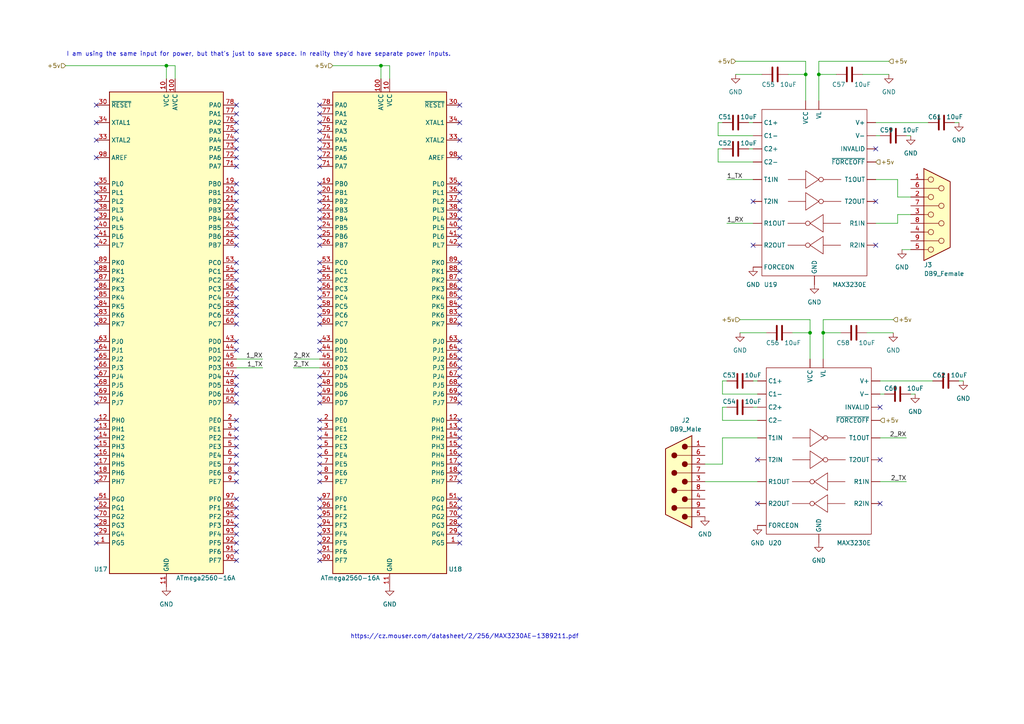
<source format=kicad_sch>
(kicad_sch (version 20210126) (generator eeschema)
  (paper "A4")
  (title_block (title "Peripherals 17"))
  (lib_symbols
    (symbol "Connector:DB9_Female" (pin_names (offset 1.016) hide)
      (property "Reference" "J" (at 0 13.97 0))
      (property "Value" "DB9_Female" (at 0 -14.605 0))
      (symbol "DB9_Female_0_1"
        (circle (center -1.778 -10.16) (radius 0.762))
        (circle (center -1.778 -5.08) (radius 0.762))
        (circle (center -1.778 0) (radius 0.762))
        (circle (center -1.778 5.08) (radius 0.762))
        (circle (center -1.778 10.16) (radius 0.762))
        (circle (center 1.27 -7.62) (radius 0.762))
        (circle (center 1.27 -2.54) (radius 0.762))
        (circle (center 1.27 2.54) (radius 0.762))
        (circle (center 1.27 7.62) (radius 0.762))
        (polyline (pts (xy -3.81 -10.16) (xy -2.54 -10.16)))
        (polyline (pts (xy -3.81 -7.62) (xy 0.508 -7.62)))
        (polyline (pts (xy -3.81 -5.08) (xy -2.54 -5.08)))
        (polyline (pts (xy -3.81 -2.54) (xy 0.508 -2.54)))
        (polyline (pts (xy -3.81 0) (xy -2.54 0)))
        (polyline (pts (xy -3.81 2.54) (xy 0.508 2.54)))
        (polyline (pts (xy -3.81 5.08) (xy -2.54 5.08)))
        (polyline (pts (xy -3.81 7.62) (xy 0.508 7.62)))
        (polyline (pts (xy -3.81 10.16) (xy -2.54 10.16)))
        (polyline (pts (xy -3.81 13.335) (xy -3.81 -13.335) (xy 3.81 -9.525) (xy 3.81 9.525) (xy -3.81 13.335)) (stroke (width 0.254)) (fill (type background)))
      )
      (symbol "DB9_Female_1_1"
        (pin passive line (at -7.62 10.16 0) (length 3.81) (name "1") (number "1"))
        (pin passive line (at -7.62 5.08 0) (length 3.81) (name "2") (number "2"))
        (pin passive line (at -7.62 0 0) (length 3.81) (name "3") (number "3"))
        (pin passive line (at -7.62 -5.08 0) (length 3.81) (name "4") (number "4"))
        (pin passive line (at -7.62 -10.16 0) (length 3.81) (name "5") (number "5"))
        (pin passive line (at -7.62 7.62 0) (length 3.81) (name "6") (number "6"))
        (pin passive line (at -7.62 2.54 0) (length 3.81) (name "7") (number "7"))
        (pin passive line (at -7.62 -2.54 0) (length 3.81) (name "8") (number "8"))
        (pin passive line (at -7.62 -7.62 0) (length 3.81) (name "9") (number "9"))
      )
    )
    (symbol "Connector:DB9_Male" (pin_names (offset 1.016) hide)
      (property "Reference" "J" (at 0 13.97 0))
      (property "Value" "DB9_Male" (at 0 -14.605 0))
      (symbol "DB9_Male_0_1"
        (circle (center -1.778 -10.16) (radius 0.762) (fill (type outline)))
        (circle (center -1.778 -5.08) (radius 0.762) (fill (type outline)))
        (circle (center -1.778 0) (radius 0.762) (fill (type outline)))
        (circle (center -1.778 5.08) (radius 0.762) (fill (type outline)))
        (circle (center -1.778 10.16) (radius 0.762) (fill (type outline)))
        (circle (center 1.27 -7.62) (radius 0.762) (fill (type outline)))
        (circle (center 1.27 -2.54) (radius 0.762) (fill (type outline)))
        (circle (center 1.27 2.54) (radius 0.762) (fill (type outline)))
        (circle (center 1.27 7.62) (radius 0.762) (fill (type outline)))
        (polyline (pts (xy -3.81 -10.16) (xy -2.54 -10.16)))
        (polyline (pts (xy -3.81 -7.62) (xy 0.508 -7.62)))
        (polyline (pts (xy -3.81 -5.08) (xy -2.54 -5.08)))
        (polyline (pts (xy -3.81 -2.54) (xy 0.508 -2.54)))
        (polyline (pts (xy -3.81 0) (xy -2.54 0)))
        (polyline (pts (xy -3.81 2.54) (xy 0.508 2.54)))
        (polyline (pts (xy -3.81 5.08) (xy -2.54 5.08)))
        (polyline (pts (xy -3.81 7.62) (xy 0.508 7.62)))
        (polyline (pts (xy -3.81 10.16) (xy -2.54 10.16)))
        (polyline (pts (xy -3.81 -13.335) (xy -3.81 13.335) (xy 3.81 9.525) (xy 3.81 -9.525) (xy -3.81 -13.335)) (stroke (width 0.254)) (fill (type background)))
      )
      (symbol "DB9_Male_1_1"
        (pin passive line (at -7.62 -10.16 0) (length 3.81) (name "1") (number "1"))
        (pin passive line (at -7.62 -5.08 0) (length 3.81) (name "2") (number "2"))
        (pin passive line (at -7.62 0 0) (length 3.81) (name "3") (number "3"))
        (pin passive line (at -7.62 5.08 0) (length 3.81) (name "4") (number "4"))
        (pin passive line (at -7.62 10.16 0) (length 3.81) (name "5") (number "5"))
        (pin passive line (at -7.62 -7.62 0) (length 3.81) (name "6") (number "6"))
        (pin passive line (at -7.62 -2.54 0) (length 3.81) (name "7") (number "7"))
        (pin passive line (at -7.62 2.54 0) (length 3.81) (name "8") (number "8"))
        (pin passive line (at -7.62 7.62 0) (length 3.81) (name "9") (number "9"))
      )
    )
    (symbol "Device:C" (pin_numbers hide) (pin_names (offset 0.254))
      (property "Reference" "C" (at 0.635 2.54 0))
      (property "Value" "C" (at 0.635 -2.54 0))
      (symbol "C_0_1"
        (polyline (pts (xy -2.032 -0.762) (xy 2.032 -0.762)) (stroke (width 0.508)))
        (polyline (pts (xy -2.032 0.762) (xy 2.032 0.762)) (stroke (width 0.508)))
      )
      (symbol "C_1_1"
        (pin passive line (at 0 3.81 270) (length 2.794) (name "~") (number "1"))
        (pin passive line (at 0 -3.81 90) (length 2.794) (name "~") (number "2"))
      )
    )
    (symbol "MCU_Microchip_ATmega:ATmega2560-16A"
      (property "Reference" "U" (at 0 1.27 0))
      (property "Value" "ATmega2560-16A" (at 0 -1.27 0))
      (symbol "ATmega2560-16A_0_1"
        (rectangle (start -16.51 -69.85) (end 16.51 69.85) (stroke (width 0.254)) (fill (type background)))
      )
      (symbol "ATmega2560-16A_1_1"
        (pin bidirectional line (at -20.32 -60.96 0) (length 3.81) (name "PG5") (number "1"))
        (pin power_in line (at 0 73.66 270) (length 3.81) (name "VCC") (number "10"))
        (pin power_in line (at 2.54 73.66 270) (length 3.81) (name "AVCC") (number "100"))
        (pin power_in line (at 0 -73.66 90) (length 3.81) (name "GND") (number "11"))
        (pin bidirectional line (at -20.32 -25.4 0) (length 3.81) (name "PH0") (number "12"))
        (pin bidirectional line (at -20.32 -27.94 0) (length 3.81) (name "PH1") (number "13"))
        (pin bidirectional line (at -20.32 -30.48 0) (length 3.81) (name "PH2") (number "14"))
        (pin bidirectional line (at -20.32 -33.02 0) (length 3.81) (name "PH3") (number "15"))
        (pin bidirectional line (at -20.32 -35.56 0) (length 3.81) (name "PH4") (number "16"))
        (pin bidirectional line (at -20.32 -38.1 0) (length 3.81) (name "PH5") (number "17"))
        (pin bidirectional line (at -20.32 -40.64 0) (length 3.81) (name "PH6") (number "18"))
        (pin bidirectional line (at 20.32 43.18 180) (length 3.81) (name "PB0") (number "19"))
        (pin bidirectional line (at 20.32 -25.4 180) (length 3.81) (name "PE0") (number "2"))
        (pin bidirectional line (at 20.32 40.64 180) (length 3.81) (name "PB1") (number "20"))
        (pin bidirectional line (at 20.32 38.1 180) (length 3.81) (name "PB2") (number "21"))
        (pin bidirectional line (at 20.32 35.56 180) (length 3.81) (name "PB3") (number "22"))
        (pin bidirectional line (at 20.32 33.02 180) (length 3.81) (name "PB4") (number "23"))
        (pin bidirectional line (at 20.32 30.48 180) (length 3.81) (name "PB5") (number "24"))
        (pin bidirectional line (at 20.32 27.94 180) (length 3.81) (name "PB6") (number "25"))
        (pin bidirectional line (at 20.32 25.4 180) (length 3.81) (name "PB7") (number "26"))
        (pin bidirectional line (at -20.32 -43.18 0) (length 3.81) (name "PH7") (number "27"))
        (pin bidirectional line (at -20.32 -55.88 0) (length 3.81) (name "PG3") (number "28"))
        (pin bidirectional line (at -20.32 -58.42 0) (length 3.81) (name "PG4") (number "29"))
        (pin bidirectional line (at 20.32 -27.94 180) (length 3.81) (name "PE1") (number "3"))
        (pin input line (at -20.32 66.04 0) (length 3.81) (name "~RESET") (number "30"))
        (pin passive line (at 0 73.66 270) (length 3.81) hide (name "VCC") (number "31"))
        (pin passive line (at 0 -73.66 90) (length 3.81) hide (name "GND") (number "32"))
        (pin output line (at -20.32 55.88 0) (length 3.81) (name "XTAL2") (number "33"))
        (pin input line (at -20.32 60.96 0) (length 3.81) (name "XTAL1") (number "34"))
        (pin bidirectional line (at -20.32 43.18 0) (length 3.81) (name "PL0") (number "35"))
        (pin bidirectional line (at -20.32 40.64 0) (length 3.81) (name "PL1") (number "36"))
        (pin bidirectional line (at -20.32 38.1 0) (length 3.81) (name "PL2") (number "37"))
        (pin bidirectional line (at -20.32 35.56 0) (length 3.81) (name "PL3") (number "38"))
        (pin bidirectional line (at -20.32 33.02 0) (length 3.81) (name "PL4") (number "39"))
        (pin bidirectional line (at 20.32 -30.48 180) (length 3.81) (name "PE2") (number "4"))
        (pin bidirectional line (at -20.32 30.48 0) (length 3.81) (name "PL5") (number "40"))
        (pin bidirectional line (at -20.32 27.94 0) (length 3.81) (name "PL6") (number "41"))
        (pin bidirectional line (at -20.32 25.4 0) (length 3.81) (name "PL7") (number "42"))
        (pin bidirectional line (at 20.32 -2.54 180) (length 3.81) (name "PD0") (number "43"))
        (pin bidirectional line (at 20.32 -5.08 180) (length 3.81) (name "PD1") (number "44"))
        (pin bidirectional line (at 20.32 -7.62 180) (length 3.81) (name "PD2") (number "45"))
        (pin bidirectional line (at 20.32 -10.16 180) (length 3.81) (name "PD3") (number "46"))
        (pin bidirectional line (at 20.32 -12.7 180) (length 3.81) (name "PD4") (number "47"))
        (pin bidirectional line (at 20.32 -15.24 180) (length 3.81) (name "PD5") (number "48"))
        (pin bidirectional line (at 20.32 -17.78 180) (length 3.81) (name "PD6") (number "49"))
        (pin bidirectional line (at 20.32 -33.02 180) (length 3.81) (name "PE3") (number "5"))
        (pin bidirectional line (at 20.32 -20.32 180) (length 3.81) (name "PD7") (number "50"))
        (pin bidirectional line (at -20.32 -48.26 0) (length 3.81) (name "PG0") (number "51"))
        (pin bidirectional line (at -20.32 -50.8 0) (length 3.81) (name "PG1") (number "52"))
        (pin bidirectional line (at 20.32 20.32 180) (length 3.81) (name "PC0") (number "53"))
        (pin bidirectional line (at 20.32 17.78 180) (length 3.81) (name "PC1") (number "54"))
        (pin bidirectional line (at 20.32 15.24 180) (length 3.81) (name "PC2") (number "55"))
        (pin bidirectional line (at 20.32 12.7 180) (length 3.81) (name "PC3") (number "56"))
        (pin bidirectional line (at 20.32 10.16 180) (length 3.81) (name "PC4") (number "57"))
        (pin bidirectional line (at 20.32 7.62 180) (length 3.81) (name "PC5") (number "58"))
        (pin bidirectional line (at 20.32 5.08 180) (length 3.81) (name "PC6") (number "59"))
        (pin bidirectional line (at 20.32 -35.56 180) (length 3.81) (name "PE4") (number "6"))
        (pin bidirectional line (at 20.32 2.54 180) (length 3.81) (name "PC7") (number "60"))
        (pin passive line (at 0 73.66 270) (length 3.81) hide (name "VCC") (number "61"))
        (pin passive line (at 0 -73.66 90) (length 3.81) hide (name "GND") (number "62"))
        (pin bidirectional line (at -20.32 -2.54 0) (length 3.81) (name "PJ0") (number "63"))
        (pin bidirectional line (at -20.32 -5.08 0) (length 3.81) (name "PJ1") (number "64"))
        (pin bidirectional line (at -20.32 -7.62 0) (length 3.81) (name "PJ2") (number "65"))
        (pin bidirectional line (at -20.32 -10.16 0) (length 3.81) (name "PJ3") (number "66"))
        (pin bidirectional line (at -20.32 -12.7 0) (length 3.81) (name "PJ4") (number "67"))
        (pin bidirectional line (at -20.32 -15.24 0) (length 3.81) (name "PJ5") (number "68"))
        (pin bidirectional line (at -20.32 -17.78 0) (length 3.81) (name "PJ6") (number "69"))
        (pin bidirectional line (at 20.32 -38.1 180) (length 3.81) (name "PE5") (number "7"))
        (pin bidirectional line (at -20.32 -53.34 0) (length 3.81) (name "PG2") (number "70"))
        (pin bidirectional line (at 20.32 48.26 180) (length 3.81) (name "PA7") (number "71"))
        (pin bidirectional line (at 20.32 50.8 180) (length 3.81) (name "PA6") (number "72"))
        (pin bidirectional line (at 20.32 53.34 180) (length 3.81) (name "PA5") (number "73"))
        (pin bidirectional line (at 20.32 55.88 180) (length 3.81) (name "PA4") (number "74"))
        (pin bidirectional line (at 20.32 58.42 180) (length 3.81) (name "PA3") (number "75"))
        (pin bidirectional line (at 20.32 60.96 180) (length 3.81) (name "PA2") (number "76"))
        (pin bidirectional line (at 20.32 63.5 180) (length 3.81) (name "PA1") (number "77"))
        (pin bidirectional line (at 20.32 66.04 180) (length 3.81) (name "PA0") (number "78"))
        (pin bidirectional line (at -20.32 -20.32 0) (length 3.81) (name "PJ7") (number "79"))
        (pin bidirectional line (at 20.32 -40.64 180) (length 3.81) (name "PE6") (number "8"))
        (pin passive line (at 0 73.66 270) (length 3.81) hide (name "VCC") (number "80"))
        (pin passive line (at 0 -73.66 90) (length 3.81) hide (name "GND") (number "81"))
        (pin bidirectional line (at -20.32 2.54 0) (length 3.81) (name "PK7") (number "82"))
        (pin bidirectional line (at -20.32 5.08 0) (length 3.81) (name "PK6") (number "83"))
        (pin bidirectional line (at -20.32 7.62 0) (length 3.81) (name "PK5") (number "84"))
        (pin bidirectional line (at -20.32 10.16 0) (length 3.81) (name "PK4") (number "85"))
        (pin bidirectional line (at -20.32 12.7 0) (length 3.81) (name "PK3") (number "86"))
        (pin bidirectional line (at -20.32 15.24 0) (length 3.81) (name "PK2") (number "87"))
        (pin bidirectional line (at -20.32 17.78 0) (length 3.81) (name "PK1") (number "88"))
        (pin bidirectional line (at -20.32 20.32 0) (length 3.81) (name "PK0") (number "89"))
        (pin bidirectional line (at 20.32 -43.18 180) (length 3.81) (name "PE7") (number "9"))
        (pin bidirectional line (at 20.32 -66.04 180) (length 3.81) (name "PF7") (number "90"))
        (pin bidirectional line (at 20.32 -63.5 180) (length 3.81) (name "PF6") (number "91"))
        (pin bidirectional line (at 20.32 -60.96 180) (length 3.81) (name "PF5") (number "92"))
        (pin bidirectional line (at 20.32 -58.42 180) (length 3.81) (name "PF4") (number "93"))
        (pin bidirectional line (at 20.32 -55.88 180) (length 3.81) (name "PF3") (number "94"))
        (pin bidirectional line (at 20.32 -53.34 180) (length 3.81) (name "PF2") (number "95"))
        (pin bidirectional line (at 20.32 -50.8 180) (length 3.81) (name "PF1") (number "96"))
        (pin bidirectional line (at 20.32 -48.26 180) (length 3.81) (name "PF0") (number "97"))
        (pin passive line (at -20.32 50.8 0) (length 3.81) (name "AREF") (number "98"))
        (pin passive line (at 0 -73.66 90) (length 3.81) hide (name "GND") (number "99"))
      )
    )
    (symbol "pb171:MAX3230E"
      (property "Reference" "U" (at 0 0 0))
      (property "Value" "MAX3230E" (at 0 0 0))
      (symbol "MAX3230E_0_1"
        (circle (center -32.4104 0) (radius 0.6476) (stroke (width 0.1524)))
        (circle (center -32.4104 6.35) (radius 0.6476) (stroke (width 0.1524)))
        (circle (center -28.5496 12.7) (radius 0.6476) (stroke (width 0.1524)))
        (circle (center -28.5496 19.05) (radius 0.6476) (stroke (width 0.1524)))
        (rectangle (start -45.72 39.37) (end -15.24 -8.89) (stroke (width 0.1524)))
        (polyline (pts (xy -38.1 12.7) (xy -33.02 12.7)) (stroke (width 0.1524)))
        (polyline (pts (xy -38.1 19.05) (xy -33.02 19.05)) (stroke (width 0.1524)))
        (polyline (pts (xy -33.1216 0) (xy -38.2016 0)) (stroke (width 0.1524)))
        (polyline (pts (xy -33.1216 6.35) (xy -38.2016 6.35)) (stroke (width 0.1524)))
        (polyline (pts (xy -27.8384 12.7) (xy -22.7584 12.7)) (stroke (width 0.1524)))
        (polyline (pts (xy -27.8384 19.05) (xy -22.7584 19.05)) (stroke (width 0.1524)))
        (polyline (pts (xy -22.86 0) (xy -27.94 0)) (stroke (width 0.1524)))
        (polyline (pts (xy -22.86 6.35) (xy -27.94 6.35)) (stroke (width 0.1524)))
        (polyline (pts (xy -33.02 15.24) (xy -33.02 10.16) (xy -29.21 12.7) (xy -33.02 15.24)) (stroke (width 0.1524)))
        (polyline (pts (xy -33.02 21.59) (xy -33.02 16.51) (xy -29.21 19.05) (xy -33.02 21.59)) (stroke (width 0.1524)))
        (polyline (pts (xy -27.94 2.54) (xy -27.94 -2.54) (xy -31.75 0) (xy -27.94 2.54)) (stroke (width 0.1524)))
        (polyline (pts (xy -27.94 8.89) (xy -27.94 3.81) (xy -31.75 6.35) (xy -27.94 8.89)) (stroke (width 0.1524)))
      )
      (symbol "MAX3230E_1_1"
        (pin passive line (at -48.26 35.56 0) (length 2.54) (name "C1+") (number ""))
        (pin passive line (at -48.26 31.75 0) (length 2.54) (name "C1-") (number ""))
        (pin passive line (at -48.26 27.94 0) (length 2.54) (name "C2+") (number ""))
        (pin passive line (at -48.26 24.13 0) (length 2.54) (name "C2-") (number ""))
        (pin passive line (at -48.26 -6.35 0) (length 2.54) (name "FORCEON") (number ""))
        (pin passive line (at -30.48 -11.43 90) (length 2.54) (name "GND") (number ""))
        (pin passive line (at -12.7 27.94 180) (length 2.54) (name "INVALID") (number ""))
        (pin passive line (at -12.7 6.35 180) (length 2.54) (name "R1IN") (number ""))
        (pin passive line (at -48.26 6.35 0) (length 2.54) (name "R1OUT") (number ""))
        (pin passive line (at -12.7 0 180) (length 2.54) (name "R2IN") (number ""))
        (pin passive line (at -48.26 0 0) (length 2.54) (name "R2OUT") (number ""))
        (pin passive line (at -48.26 19.05 0) (length 2.54) (name "T1IN") (number ""))
        (pin passive line (at -12.7 19.05 180) (length 2.54) (name "T1OUT") (number ""))
        (pin passive line (at -48.26 12.7 0) (length 2.54) (name "T2IN") (number ""))
        (pin passive line (at -12.7 12.7 180) (length 2.54) (name "T2OUT") (number ""))
        (pin passive line (at -12.7 35.56 180) (length 2.54) (name "V+") (number ""))
        (pin passive line (at -12.7 31.75 180) (length 2.54) (name "V-") (number ""))
        (pin passive line (at -33.02 41.91 270) (length 2.54) (name "VCC") (number ""))
        (pin passive line (at -29.21 41.91 270) (length 2.54) (name "VL") (number ""))
        (pin passive line (at -12.7 24.13 180) (length 2.54) (name "~FORCEOFF") (number ""))
      )
    )
    (symbol "power:GND" (power) (pin_names (offset 0))
      (property "Value" "GND" (at 0 -3.81 0))
      (symbol "GND_0_1"
        (polyline (pts (xy 0 0) (xy 0 -1.27) (xy 1.27 -1.27) (xy 0 -2.54) (xy -1.27 -1.27) (xy 0 -1.27)))
      )
      (symbol "GND_1_1"
        (pin power_in line (at 0 0 270) (length 0) hide (name "GND") (number "1"))
      )
    )
  )
  (junction (at 48.26 19.05) (diameter 0.9144))
  (junction (at 110.49 19.05) (diameter 0.9144))
  (junction (at 233.68 21.59) (diameter 0.9144))
  (junction (at 234.95 96.52) (diameter 0.9144))
  (junction (at 237.49 21.59) (diameter 0.9144))
  (junction (at 238.76 96.52) (diameter 0.9144))
  (no_connect (at 27.94 30.48))
  (no_connect (at 27.94 35.56))
  (no_connect (at 27.94 40.64))
  (no_connect (at 27.94 45.72))
  (no_connect (at 27.94 53.34))
  (no_connect (at 27.94 55.88))
  (no_connect (at 27.94 58.42))
  (no_connect (at 27.94 60.96))
  (no_connect (at 27.94 63.5))
  (no_connect (at 27.94 66.04))
  (no_connect (at 27.94 68.58))
  (no_connect (at 27.94 71.12))
  (no_connect (at 27.94 76.2))
  (no_connect (at 27.94 78.74))
  (no_connect (at 27.94 81.28))
  (no_connect (at 27.94 83.82))
  (no_connect (at 27.94 86.36))
  (no_connect (at 27.94 88.9))
  (no_connect (at 27.94 91.44))
  (no_connect (at 27.94 93.98))
  (no_connect (at 27.94 99.06))
  (no_connect (at 27.94 101.6))
  (no_connect (at 27.94 104.14))
  (no_connect (at 27.94 106.68))
  (no_connect (at 27.94 109.22))
  (no_connect (at 27.94 111.76))
  (no_connect (at 27.94 114.3))
  (no_connect (at 27.94 116.84))
  (no_connect (at 27.94 121.92))
  (no_connect (at 27.94 124.46))
  (no_connect (at 27.94 127))
  (no_connect (at 27.94 129.54))
  (no_connect (at 27.94 132.08))
  (no_connect (at 27.94 134.62))
  (no_connect (at 27.94 137.16))
  (no_connect (at 27.94 139.7))
  (no_connect (at 27.94 144.78))
  (no_connect (at 27.94 147.32))
  (no_connect (at 27.94 149.86))
  (no_connect (at 27.94 152.4))
  (no_connect (at 27.94 154.94))
  (no_connect (at 27.94 157.48))
  (no_connect (at 68.58 30.48))
  (no_connect (at 68.58 33.02))
  (no_connect (at 68.58 35.56))
  (no_connect (at 68.58 38.1))
  (no_connect (at 68.58 40.64))
  (no_connect (at 68.58 43.18))
  (no_connect (at 68.58 45.72))
  (no_connect (at 68.58 48.26))
  (no_connect (at 68.58 53.34))
  (no_connect (at 68.58 55.88))
  (no_connect (at 68.58 58.42))
  (no_connect (at 68.58 60.96))
  (no_connect (at 68.58 63.5))
  (no_connect (at 68.58 66.04))
  (no_connect (at 68.58 68.58))
  (no_connect (at 68.58 71.12))
  (no_connect (at 68.58 76.2))
  (no_connect (at 68.58 78.74))
  (no_connect (at 68.58 81.28))
  (no_connect (at 68.58 83.82))
  (no_connect (at 68.58 86.36))
  (no_connect (at 68.58 88.9))
  (no_connect (at 68.58 91.44))
  (no_connect (at 68.58 93.98))
  (no_connect (at 68.58 99.06))
  (no_connect (at 68.58 101.6))
  (no_connect (at 68.58 109.22))
  (no_connect (at 68.58 111.76))
  (no_connect (at 68.58 114.3))
  (no_connect (at 68.58 116.84))
  (no_connect (at 68.58 121.92))
  (no_connect (at 68.58 124.46))
  (no_connect (at 68.58 127))
  (no_connect (at 68.58 129.54))
  (no_connect (at 68.58 132.08))
  (no_connect (at 68.58 134.62))
  (no_connect (at 68.58 137.16))
  (no_connect (at 68.58 139.7))
  (no_connect (at 68.58 144.78))
  (no_connect (at 68.58 147.32))
  (no_connect (at 68.58 149.86))
  (no_connect (at 68.58 152.4))
  (no_connect (at 68.58 154.94))
  (no_connect (at 68.58 157.48))
  (no_connect (at 68.58 160.02))
  (no_connect (at 68.58 162.56))
  (no_connect (at 92.71 30.48))
  (no_connect (at 92.71 33.02))
  (no_connect (at 92.71 35.56))
  (no_connect (at 92.71 38.1))
  (no_connect (at 92.71 40.64))
  (no_connect (at 92.71 43.18))
  (no_connect (at 92.71 45.72))
  (no_connect (at 92.71 48.26))
  (no_connect (at 92.71 53.34))
  (no_connect (at 92.71 55.88))
  (no_connect (at 92.71 58.42))
  (no_connect (at 92.71 60.96))
  (no_connect (at 92.71 63.5))
  (no_connect (at 92.71 66.04))
  (no_connect (at 92.71 68.58))
  (no_connect (at 92.71 71.12))
  (no_connect (at 92.71 76.2))
  (no_connect (at 92.71 78.74))
  (no_connect (at 92.71 81.28))
  (no_connect (at 92.71 83.82))
  (no_connect (at 92.71 86.36))
  (no_connect (at 92.71 88.9))
  (no_connect (at 92.71 91.44))
  (no_connect (at 92.71 93.98))
  (no_connect (at 92.71 99.06))
  (no_connect (at 92.71 101.6))
  (no_connect (at 92.71 109.22))
  (no_connect (at 92.71 111.76))
  (no_connect (at 92.71 114.3))
  (no_connect (at 92.71 116.84))
  (no_connect (at 92.71 121.92))
  (no_connect (at 92.71 124.46))
  (no_connect (at 92.71 127))
  (no_connect (at 92.71 129.54))
  (no_connect (at 92.71 132.08))
  (no_connect (at 92.71 134.62))
  (no_connect (at 92.71 137.16))
  (no_connect (at 92.71 139.7))
  (no_connect (at 92.71 144.78))
  (no_connect (at 92.71 147.32))
  (no_connect (at 92.71 149.86))
  (no_connect (at 92.71 152.4))
  (no_connect (at 92.71 154.94))
  (no_connect (at 92.71 157.48))
  (no_connect (at 92.71 160.02))
  (no_connect (at 92.71 162.56))
  (no_connect (at 133.35 30.48))
  (no_connect (at 133.35 35.56))
  (no_connect (at 133.35 40.64))
  (no_connect (at 133.35 45.72))
  (no_connect (at 133.35 53.34))
  (no_connect (at 133.35 55.88))
  (no_connect (at 133.35 58.42))
  (no_connect (at 133.35 60.96))
  (no_connect (at 133.35 63.5))
  (no_connect (at 133.35 66.04))
  (no_connect (at 133.35 68.58))
  (no_connect (at 133.35 71.12))
  (no_connect (at 133.35 76.2))
  (no_connect (at 133.35 78.74))
  (no_connect (at 133.35 81.28))
  (no_connect (at 133.35 83.82))
  (no_connect (at 133.35 86.36))
  (no_connect (at 133.35 88.9))
  (no_connect (at 133.35 91.44))
  (no_connect (at 133.35 93.98))
  (no_connect (at 133.35 99.06))
  (no_connect (at 133.35 101.6))
  (no_connect (at 133.35 104.14))
  (no_connect (at 133.35 106.68))
  (no_connect (at 133.35 109.22))
  (no_connect (at 133.35 111.76))
  (no_connect (at 133.35 114.3))
  (no_connect (at 133.35 116.84))
  (no_connect (at 133.35 121.92))
  (no_connect (at 133.35 124.46))
  (no_connect (at 133.35 127))
  (no_connect (at 133.35 129.54))
  (no_connect (at 133.35 132.08))
  (no_connect (at 133.35 134.62))
  (no_connect (at 133.35 137.16))
  (no_connect (at 133.35 139.7))
  (no_connect (at 133.35 144.78))
  (no_connect (at 133.35 147.32))
  (no_connect (at 133.35 149.86))
  (no_connect (at 133.35 152.4))
  (no_connect (at 133.35 154.94))
  (no_connect (at 133.35 157.48))
  (no_connect (at 218.44 58.42))
  (no_connect (at 218.44 71.12))
  (no_connect (at 219.71 133.35))
  (no_connect (at 219.71 146.05))
  (no_connect (at 254 43.18))
  (no_connect (at 254 58.42))
  (no_connect (at 254 71.12))
  (no_connect (at 255.27 118.11))
  (no_connect (at 255.27 133.35))
  (no_connect (at 255.27 146.05))
  (wire (pts (xy 19.05 19.05) (xy 48.26 19.05)))
  (wire (pts (xy 48.26 19.05) (xy 48.26 22.86)))
  (wire (pts (xy 48.26 19.05) (xy 50.8 19.05)))
  (wire (pts (xy 50.8 19.05) (xy 50.8 22.86)))
  (wire (pts (xy 68.58 104.14) (xy 76.2 104.14)))
  (wire (pts (xy 68.58 106.68) (xy 76.2 106.68)))
  (wire (pts (xy 92.71 104.14) (xy 85.09 104.14)))
  (wire (pts (xy 92.71 106.68) (xy 85.09 106.68)))
  (wire (pts (xy 96.52 19.05) (xy 110.49 19.05)))
  (wire (pts (xy 110.49 19.05) (xy 110.49 22.86)))
  (wire (pts (xy 110.49 19.05) (xy 113.03 19.05)))
  (wire (pts (xy 113.03 19.05) (xy 113.03 22.86)))
  (wire (pts (xy 204.47 139.7) (xy 219.71 139.7)))
  (wire (pts (xy 208.28 35.56) (xy 208.28 39.37)))
  (wire (pts (xy 208.28 39.37) (xy 218.44 39.37)))
  (wire (pts (xy 208.28 43.18) (xy 208.28 46.99)))
  (wire (pts (xy 208.28 46.99) (xy 218.44 46.99)))
  (wire (pts (xy 209.55 35.56) (xy 208.28 35.56)))
  (wire (pts (xy 209.55 43.18) (xy 208.28 43.18)))
  (wire (pts (xy 209.55 110.49) (xy 209.55 114.3)))
  (wire (pts (xy 209.55 114.3) (xy 219.71 114.3)))
  (wire (pts (xy 209.55 118.11) (xy 209.55 121.92)))
  (wire (pts (xy 209.55 121.92) (xy 219.71 121.92)))
  (wire (pts (xy 209.55 127) (xy 209.55 134.62)))
  (wire (pts (xy 209.55 134.62) (xy 204.47 134.62)))
  (wire (pts (xy 210.82 110.49) (xy 209.55 110.49)))
  (wire (pts (xy 210.82 118.11) (xy 209.55 118.11)))
  (wire (pts (xy 213.36 17.78) (xy 233.68 17.78)))
  (wire (pts (xy 213.36 21.59) (xy 220.98 21.59)))
  (wire (pts (xy 214.63 92.71) (xy 234.95 92.71)))
  (wire (pts (xy 214.63 96.52) (xy 222.25 96.52)))
  (wire (pts (xy 218.44 35.56) (xy 217.17 35.56)))
  (wire (pts (xy 218.44 43.18) (xy 217.17 43.18)))
  (wire (pts (xy 218.44 52.07) (xy 210.82 52.07)))
  (wire (pts (xy 218.44 64.77) (xy 210.82 64.77)))
  (wire (pts (xy 219.71 110.49) (xy 218.44 110.49)))
  (wire (pts (xy 219.71 118.11) (xy 218.44 118.11)))
  (wire (pts (xy 219.71 127) (xy 209.55 127)))
  (wire (pts (xy 228.6 21.59) (xy 233.68 21.59)))
  (wire (pts (xy 229.87 96.52) (xy 234.95 96.52)))
  (wire (pts (xy 233.68 17.78) (xy 233.68 21.59)))
  (wire (pts (xy 233.68 21.59) (xy 233.68 29.21)))
  (wire (pts (xy 234.95 92.71) (xy 234.95 96.52)))
  (wire (pts (xy 234.95 96.52) (xy 234.95 104.14)))
  (wire (pts (xy 237.49 17.78) (xy 237.49 21.59)))
  (wire (pts (xy 237.49 21.59) (xy 237.49 29.21)))
  (wire (pts (xy 238.76 92.71) (xy 238.76 96.52)))
  (wire (pts (xy 238.76 96.52) (xy 238.76 104.14)))
  (wire (pts (xy 242.57 21.59) (xy 237.49 21.59)))
  (wire (pts (xy 243.84 96.52) (xy 238.76 96.52)))
  (wire (pts (xy 254 35.56) (xy 269.24 35.56)))
  (wire (pts (xy 254 39.37) (xy 255.27 39.37)))
  (wire (pts (xy 254 52.07) (xy 260.35 52.07)))
  (wire (pts (xy 254 64.77) (xy 260.35 64.77)))
  (wire (pts (xy 255.27 110.49) (xy 270.51 110.49)))
  (wire (pts (xy 255.27 114.3) (xy 256.54 114.3)))
  (wire (pts (xy 255.27 127) (xy 262.89 127)))
  (wire (pts (xy 255.27 139.7) (xy 262.89 139.7)))
  (wire (pts (xy 257.81 17.78) (xy 237.49 17.78)))
  (wire (pts (xy 257.81 21.59) (xy 250.19 21.59)))
  (wire (pts (xy 259.08 92.71) (xy 238.76 92.71)))
  (wire (pts (xy 259.08 96.52) (xy 251.46 96.52)))
  (wire (pts (xy 260.35 52.07) (xy 260.35 57.15)))
  (wire (pts (xy 260.35 57.15) (xy 264.16 57.15)))
  (wire (pts (xy 260.35 62.23) (xy 264.16 62.23)))
  (wire (pts (xy 260.35 64.77) (xy 260.35 62.23)))
  (wire (pts (xy 261.62 72.39) (xy 264.16 72.39)))
  (wire (pts (xy 262.89 39.37) (xy 264.16 39.37)))
  (wire (pts (xy 264.16 114.3) (xy 265.43 114.3)))
  (wire (pts (xy 276.86 35.56) (xy 278.13 35.56)))
  (wire (pts (xy 278.13 110.49) (xy 279.4 110.49)))
  (text "https://cz.mouser.com/datasheet/2/256/MAX3230AE-1389211.pdf" (at 101.6 185.42 0) (effects (font (size 1.27 1.27)) (justify left bottom)))
  (text "I am using the same input for power, but that's just to save space. In reality they'd have separate power inputs." (at 130.81 16.51 0) (effects (font (size 1.27 1.27)) (justify right bottom)))
  (label "1_RX" (at 76.2 104.14 180))
  (label "1_TX" (at 76.2 106.68 180))
  (label "2_RX" (at 85.09 104.14 0))
  (label "2_TX" (at 85.09 106.68 0))
  (label "1_TX" (at 210.82 52.07 0))
  (label "1_RX" (at 210.82 64.77 0))
  (label "2_RX" (at 262.89 127 180))
  (label "2_TX" (at 262.89 139.7 180))
  (hierarchical_label "+5v" (shape input) (at 19.05 19.05 180))
  (hierarchical_label "+5v" (shape input) (at 96.52 19.05 180))
  (hierarchical_label "+5v" (shape input) (at 213.36 17.78 180))
  (hierarchical_label "+5v" (shape input) (at 214.63 92.71 180))
  (hierarchical_label "+5v" (shape input) (at 254 46.99 0))
  (hierarchical_label "+5v" (shape input) (at 255.27 121.92 0))
  (hierarchical_label "+5v" (shape input) (at 257.81 17.78 0))
  (hierarchical_label "+5v" (shape input) (at 259.08 92.71 0))
  (symbol (lib_id "power:GND") (at 48.26 170.18 0) (mirror y) (unit 1)
    (property "Reference" "#PWR040" (effects hide))
    (property "Value" "GND" (at 48.26 175.26 0))
  )
  (symbol (lib_id "power:GND") (at 113.03 170.18 0) (unit 1)
    (property "Reference" "#PWR041" (effects hide))
    (property "Value" "GND" (at 113.03 175.26 0))
  )
  (symbol (lib_id "power:GND") (at 204.47 149.86 0) (mirror y) (unit 1)
    (property "Reference" "#PWR042" (effects hide))
    (property "Value" "GND" (at 204.47 154.94 0))
  )
  (symbol (lib_id "power:GND") (at 213.36 21.59 0) (mirror y) (unit 1)
    (property "Reference" "#PWR043" (effects hide))
    (property "Value" "GND" (at 213.36 26.67 0))
  )
  (symbol (lib_id "power:GND") (at 214.63 96.52 0) (mirror y) (unit 1)
    (property "Reference" "#PWR044" (effects hide))
    (property "Value" "GND" (at 214.63 101.6 0))
  )
  (symbol (lib_id "power:GND") (at 218.44 77.47 0) (mirror y) (unit 1)
    (property "Reference" "#PWR045" (effects hide))
    (property "Value" "GND" (at 218.44 82.55 0))
  )
  (symbol (lib_id "power:GND") (at 219.71 152.4 0) (mirror y) (unit 1)
    (property "Reference" "#PWR046" (effects hide))
    (property "Value" "GND" (at 219.71 157.48 0))
  )
  (symbol (lib_id "power:GND") (at 236.22 82.55 0) (mirror y) (unit 1)
    (property "Reference" "#PWR047" (effects hide))
    (property "Value" "GND" (at 236.22 87.63 0))
  )
  (symbol (lib_id "power:GND") (at 237.49 157.48 0) (mirror y) (unit 1)
    (property "Reference" "#PWR048" (effects hide))
    (property "Value" "GND" (at 237.49 162.56 0))
  )
  (symbol (lib_id "power:GND") (at 257.81 21.59 0) (mirror y) (unit 1)
    (property "Reference" "#PWR049" (effects hide))
    (property "Value" "GND" (at 257.81 26.67 0))
  )
  (symbol (lib_id "power:GND") (at 259.08 96.52 0) (mirror y) (unit 1)
    (property "Reference" "#PWR050" (effects hide))
    (property "Value" "GND" (at 259.08 101.6 0))
  )
  (symbol (lib_id "power:GND") (at 261.62 72.39 0) (mirror y) (unit 1)
    (property "Reference" "#PWR051" (effects hide))
    (property "Value" "GND" (at 261.62 77.47 0))
  )
  (symbol (lib_id "power:GND") (at 264.16 39.37 0) (mirror y) (unit 1)
    (property "Reference" "#PWR052" (effects hide))
    (property "Value" "GND" (at 264.16 44.45 0))
  )
  (symbol (lib_id "power:GND") (at 265.43 114.3 0) (mirror y) (unit 1)
    (property "Reference" "#PWR053" (effects hide))
    (property "Value" "GND" (at 265.43 119.38 0))
  )
  (symbol (lib_id "power:GND") (at 278.13 35.56 0) (mirror y) (unit 1)
    (property "Reference" "#PWR054" (effects hide))
    (property "Value" "GND" (at 278.13 40.64 0))
  )
  (symbol (lib_id "power:GND") (at 279.4 110.49 0) (mirror y) (unit 1)
    (property "Reference" "#PWR055" (effects hide))
    (property "Value" "GND" (at 279.4 115.57 0))
  )
  (symbol (lib_id "Device:C") (at 213.36 35.56 90) (unit 1)
    (property "Reference" "C51" (at 212.1916 33.909 90) (effects (justify left)))
    (property "Value" "10uF" (at 219.583 33.909 90) (effects (justify left)))
    (property "Footprint" "Capacitors_SMD:C_0805" (effects hide))
    (property "Datasheet" "https://datasheet.lcsc.com/szlcsc/Samsung-Electro-Mechanics-CL21A106KAYNNNE_C15850.pdf" (effects hide))
    (property "LCSC" "C15850" (effects hide))
  )
  (symbol (lib_id "Device:C") (at 213.36 43.18 90) (unit 1)
    (property "Reference" "C52" (at 212.1916 41.529 90) (effects (justify left)))
    (property "Value" "10uF" (at 219.583 41.529 90) (effects (justify left)))
    (property "Footprint" "Capacitors_SMD:C_0805" (effects hide))
    (property "Datasheet" "https://datasheet.lcsc.com/szlcsc/Samsung-Electro-Mechanics-CL21A106KAYNNNE_C15850.pdf" (effects hide))
    (property "LCSC" "C15850" (effects hide))
  )
  (symbol (lib_id "Device:C") (at 214.63 110.49 90) (unit 1)
    (property "Reference" "C53" (at 213.4616 108.839 90) (effects (justify left)))
    (property "Value" "10uF" (at 220.853 108.839 90) (effects (justify left)))
    (property "Footprint" "Capacitors_SMD:C_0805" (effects hide))
    (property "Datasheet" "https://datasheet.lcsc.com/szlcsc/Samsung-Electro-Mechanics-CL21A106KAYNNNE_C15850.pdf" (effects hide))
    (property "LCSC" "C15850" (effects hide))
  )
  (symbol (lib_id "Device:C") (at 214.63 118.11 90) (unit 1)
    (property "Reference" "C54" (at 213.4616 116.459 90) (effects (justify left)))
    (property "Value" "10uF" (at 220.853 116.459 90) (effects (justify left)))
    (property "Footprint" "Capacitors_SMD:C_0805" (effects hide))
    (property "Datasheet" "https://datasheet.lcsc.com/szlcsc/Samsung-Electro-Mechanics-CL21A106KAYNNNE_C15850.pdf" (effects hide))
    (property "LCSC" "C15850" (effects hide))
  )
  (symbol (lib_id "Device:C") (at 224.79 21.59 270) (unit 1)
    (property "Reference" "C55" (at 220.8784 24.511 90) (effects (justify left)))
    (property "Value" "10uF" (at 226.187 24.511 90) (effects (justify left)))
    (property "Footprint" "Capacitors_SMD:C_0805" (effects hide))
    (property "Datasheet" "https://datasheet.lcsc.com/szlcsc/Samsung-Electro-Mechanics-CL21A106KAYNNNE_C15850.pdf" (effects hide))
    (property "LCSC" "C15850" (effects hide))
  )
  (symbol (lib_id "Device:C") (at 226.06 96.52 270) (unit 1)
    (property "Reference" "C56" (at 222.1484 99.441 90) (effects (justify left)))
    (property "Value" "10uF" (at 227.457 99.441 90) (effects (justify left)))
    (property "Footprint" "Capacitors_SMD:C_0805" (effects hide))
    (property "Datasheet" "https://datasheet.lcsc.com/szlcsc/Samsung-Electro-Mechanics-CL21A106KAYNNNE_C15850.pdf" (effects hide))
    (property "LCSC" "C15850" (effects hide))
  )
  (symbol (lib_id "Device:C") (at 246.38 21.59 90) (mirror x) (unit 1)
    (property "Reference" "C57" (at 245.2116 24.511 90) (effects (justify left)))
    (property "Value" "10uF" (at 252.603 24.511 90) (effects (justify left)))
    (property "Footprint" "Capacitors_SMD:C_0805" (effects hide))
    (property "Datasheet" "https://datasheet.lcsc.com/szlcsc/Samsung-Electro-Mechanics-CL21A106KAYNNNE_C15850.pdf" (effects hide))
    (property "LCSC" "C15850" (effects hide))
  )
  (symbol (lib_id "Device:C") (at 247.65 96.52 90) (mirror x) (unit 1)
    (property "Reference" "C58" (at 246.4816 99.441 90) (effects (justify left)))
    (property "Value" "10uF" (at 253.873 99.441 90) (effects (justify left)))
    (property "Footprint" "Capacitors_SMD:C_0805" (effects hide))
    (property "Datasheet" "https://datasheet.lcsc.com/szlcsc/Samsung-Electro-Mechanics-CL21A106KAYNNNE_C15850.pdf" (effects hide))
    (property "LCSC" "C15850" (effects hide))
  )
  (symbol (lib_id "Device:C") (at 259.08 39.37 270) (mirror x) (unit 1)
    (property "Reference" "C59" (at 255.1684 37.719 90) (effects (justify left)))
    (property "Value" "10uF" (at 261.747 37.719 90) (effects (justify left)))
    (property "Footprint" "Capacitors_SMD:C_0805" (effects hide))
    (property "Datasheet" "https://datasheet.lcsc.com/szlcsc/Samsung-Electro-Mechanics-CL21A106KAYNNNE_C15850.pdf" (effects hide))
    (property "LCSC" "C15850" (effects hide))
  )
  (symbol (lib_id "Device:C") (at 260.35 114.3 270) (mirror x) (unit 1)
    (property "Reference" "C60" (at 256.4384 112.649 90) (effects (justify left)))
    (property "Value" "10uF" (at 263.017 112.649 90) (effects (justify left)))
    (property "Footprint" "Capacitors_SMD:C_0805" (effects hide))
    (property "Datasheet" "https://datasheet.lcsc.com/szlcsc/Samsung-Electro-Mechanics-CL21A106KAYNNNE_C15850.pdf" (effects hide))
    (property "LCSC" "C15850" (effects hide))
  )
  (symbol (lib_id "Device:C") (at 273.05 35.56 270) (mirror x) (unit 1)
    (property "Reference" "C61" (at 269.1384 33.909 90) (effects (justify left)))
    (property "Value" "10uF" (at 274.447 33.909 90) (effects (justify left)))
    (property "Footprint" "Capacitors_SMD:C_0805" (effects hide))
    (property "Datasheet" "https://datasheet.lcsc.com/szlcsc/Samsung-Electro-Mechanics-CL21A106KAYNNNE_C15850.pdf" (effects hide))
    (property "LCSC" "C15850" (effects hide))
  )
  (symbol (lib_id "Device:C") (at 274.32 110.49 270) (mirror x) (unit 1)
    (property "Reference" "C62" (at 270.4084 108.839 90) (effects (justify left)))
    (property "Value" "10uF" (at 275.717 108.839 90) (effects (justify left)))
    (property "Footprint" "Capacitors_SMD:C_0805" (effects hide))
    (property "Datasheet" "https://datasheet.lcsc.com/szlcsc/Samsung-Electro-Mechanics-CL21A106KAYNNNE_C15850.pdf" (effects hide))
    (property "LCSC" "C15850" (effects hide))
  )
  (symbol (lib_id "Connector:DB9_Male") (at 196.85 139.7 180) (unit 1)
    (property "Reference" "J2" (at 198.882 121.92 0))
    (property "Value" "DB9_Male" (at 198.882 124.46 0))
    (property "Datasheet" " ~" (effects hide))
  )
  (symbol (lib_id "Connector:DB9_Female") (at 271.78 62.23 0) (unit 1)
    (property "Reference" "J3" (at 267.97 76.8349 0) (effects (justify left)))
    (property "Value" "DB9_Female" (at 267.97 79.3749 0) (effects (justify left)))
    (property "Datasheet" " ~" (effects hide))
  )
  (symbol (lib_id "pb171:MAX3230E") (at 266.7 71.12 0) (unit 1)
    (property "Reference" "U19" (at 223.52 82.55 0))
    (property "Value" "MAX3230E" (at 246.38 82.55 0))
  )
  (symbol (lib_id "pb171:MAX3230E") (at 267.97 146.05 0) (unit 1)
    (property "Reference" "U20" (at 224.79 157.48 0))
    (property "Value" "MAX3230E" (at 247.65 157.48 0))
  )
  (symbol (lib_id "MCU_Microchip_ATmega:ATmega2560-16A") (at 48.26 96.52 0) (unit 1)
    (property "Reference" "U17" (at 29.21 165.1 0))
    (property "Value" "ATmega2560-16A" (at 59.69 167.64 0))
    (property "Footprint" "Package_QFP:TQFP-100_14x14mm_P0.5mm" (effects hide))
    (property "Datasheet" "http://ww1.microchip.com/downloads/en/DeviceDoc/Atmel-2549-8-bit-AVR-Microcontroller-ATmega640-1280-1281-2560-2561_datasheet.pdf" (effects hide))
  )
  (symbol (lib_id "MCU_Microchip_ATmega:ATmega2560-16A") (at 113.03 96.52 0) (mirror y) (unit 1)
    (property "Reference" "U18" (at 132.08 165.1 0))
    (property "Value" "ATmega2560-16A" (at 101.6 167.64 0))
    (property "Footprint" "Package_QFP:TQFP-100_14x14mm_P0.5mm" (effects hide))
    (property "Datasheet" "http://ww1.microchip.com/downloads/en/DeviceDoc/Atmel-2549-8-bit-AVR-Microcontroller-ATmega640-1280-1281-2560-2561_datasheet.pdf" (effects hide))
  )
)
</source>
